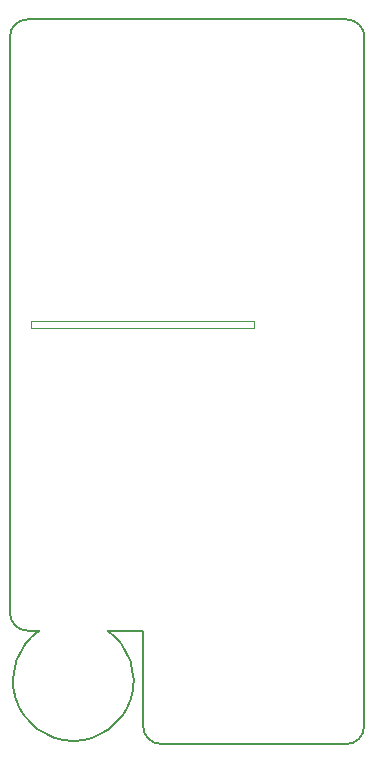
<source format=gko>
G04 #@! TF.GenerationSoftware,KiCad,Pcbnew,5.1.9+dfsg1-1+deb11u1*
G04 #@! TF.CreationDate,2022-12-15T03:13:05+00:00*
G04 #@! TF.ProjectId,ModuleV450,4d6f6475-6c65-4563-9435-302e6b696361,rev?*
G04 #@! TF.SameCoordinates,Original*
G04 #@! TF.FileFunction,Profile,NP*
%FSLAX46Y46*%
G04 Gerber Fmt 4.6, Leading zero omitted, Abs format (unit mm)*
G04 Created by KiCad (PCBNEW 5.1.9+dfsg1-1+deb11u1) date 2022-12-15 03:13:05*
%MOMM*%
%LPD*%
G01*
G04 APERTURE LIST*
G04 #@! TA.AperFunction,Profile*
%ADD10C,0.150000*%
G04 #@! TD*
G04 #@! TA.AperFunction,Profile*
%ADD11C,0.100000*%
G04 #@! TD*
G04 APERTURE END LIST*
D10*
X110202109Y-99760012D02*
G75*
G02*
X104417600Y-99737600I-2908602J-4208114D01*
G01*
X103417600Y-99737600D02*
X104417600Y-99737600D01*
X103417600Y-99737600D02*
G75*
G02*
X101917600Y-98237600I0J1500000D01*
G01*
X113217600Y-99737600D02*
X113202600Y-107837600D01*
X110202109Y-99760012D02*
X113217600Y-99737600D01*
X114702600Y-109337600D02*
G75*
G02*
X113202600Y-107837600I0J1500000D01*
G01*
X101917600Y-98237600D02*
X101917600Y-49487600D01*
D11*
X122597600Y-73487600D02*
X122617600Y-74087600D01*
X122617600Y-74087600D02*
X116817600Y-74087600D01*
X103717600Y-73487600D02*
X122597600Y-73487600D01*
X103717600Y-74087600D02*
X103717600Y-73487600D01*
X116817600Y-74087600D02*
X103717600Y-74087600D01*
D10*
X131917600Y-107837600D02*
G75*
G02*
X130417600Y-109337600I-1500000J0D01*
G01*
X101917600Y-49487600D02*
G75*
G02*
X103417600Y-47987600I1500000J0D01*
G01*
X130442600Y-47987600D02*
G75*
G02*
X131942600Y-49487600I0J-1500000D01*
G01*
X130417600Y-109337600D02*
X114702600Y-109337600D01*
X131942600Y-49487600D02*
X131917600Y-107837600D01*
X103417600Y-47987600D02*
X130442600Y-47987600D01*
M02*

</source>
